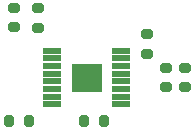
<source format=gbr>
%TF.GenerationSoftware,KiCad,Pcbnew,7.0.1*%
%TF.CreationDate,2023-05-06T21:47:35-07:00*%
%TF.ProjectId,MAGNETORQUERS,4d41474e-4554-44f5-9251-554552532e6b,rev?*%
%TF.SameCoordinates,Original*%
%TF.FileFunction,Paste,Top*%
%TF.FilePolarity,Positive*%
%FSLAX46Y46*%
G04 Gerber Fmt 4.6, Leading zero omitted, Abs format (unit mm)*
G04 Created by KiCad (PCBNEW 7.0.1) date 2023-05-06 21:47:35*
%MOMM*%
%LPD*%
G01*
G04 APERTURE LIST*
G04 Aperture macros list*
%AMRoundRect*
0 Rectangle with rounded corners*
0 $1 Rounding radius*
0 $2 $3 $4 $5 $6 $7 $8 $9 X,Y pos of 4 corners*
0 Add a 4 corners polygon primitive as box body*
4,1,4,$2,$3,$4,$5,$6,$7,$8,$9,$2,$3,0*
0 Add four circle primitives for the rounded corners*
1,1,$1+$1,$2,$3*
1,1,$1+$1,$4,$5*
1,1,$1+$1,$6,$7*
1,1,$1+$1,$8,$9*
0 Add four rect primitives between the rounded corners*
20,1,$1+$1,$2,$3,$4,$5,0*
20,1,$1+$1,$4,$5,$6,$7,0*
20,1,$1+$1,$6,$7,$8,$9,0*
20,1,$1+$1,$8,$9,$2,$3,0*%
G04 Aperture macros list end*
%ADD10C,0.010000*%
%ADD11RoundRect,0.200000X0.275000X-0.200000X0.275000X0.200000X-0.275000X0.200000X-0.275000X-0.200000X0*%
%ADD12RoundRect,0.200000X-0.200000X-0.275000X0.200000X-0.275000X0.200000X0.275000X-0.200000X0.275000X0*%
%ADD13RoundRect,0.027000X-0.723000X-0.198000X0.723000X-0.198000X0.723000X0.198000X-0.723000X0.198000X0*%
G04 APERTURE END LIST*
%TO.C,U1*%
D10*
X141422000Y-87283000D02*
X138962000Y-87283000D01*
X138962000Y-84973000D01*
X141422000Y-84973000D01*
X141422000Y-87283000D01*
G36*
X141422000Y-87283000D02*
G01*
X138962000Y-87283000D01*
X138962000Y-84973000D01*
X141422000Y-84973000D01*
X141422000Y-87283000D01*
G37*
%TD*%
D11*
%TO.C,16k*%
X134050000Y-81875000D03*
X134050000Y-80225000D03*
%TD*%
%TO.C,0.1uF*%
X146900000Y-86925000D03*
X146900000Y-85275000D03*
%TD*%
%TO.C,10k*%
X136050000Y-81925000D03*
X136050000Y-80275000D03*
%TD*%
D12*
%TO.C,2.5kOhms*%
X133642600Y-89789000D03*
X135292600Y-89789000D03*
%TD*%
%TO.C,50kOhms*%
X139975000Y-89825000D03*
X141625000Y-89825000D03*
%TD*%
D13*
%TO.C,U1*%
X137292000Y-83853000D03*
X137292000Y-84503000D03*
X137292000Y-85153000D03*
X137292000Y-85803000D03*
X137292000Y-86453000D03*
X137292000Y-87103000D03*
X137292000Y-87753000D03*
X137292000Y-88403000D03*
X143092000Y-88403000D03*
X143092000Y-87753000D03*
X143092000Y-87103000D03*
X143092000Y-86453000D03*
X143092000Y-85803000D03*
X143092000Y-85153000D03*
X143092000Y-84503000D03*
X143092000Y-83853000D03*
%TD*%
D11*
%TO.C,0.1uF*%
X148500000Y-86925000D03*
X148500000Y-85275000D03*
%TD*%
%TO.C,0.022uF*%
X145300000Y-84100000D03*
X145300000Y-82450000D03*
%TD*%
M02*

</source>
